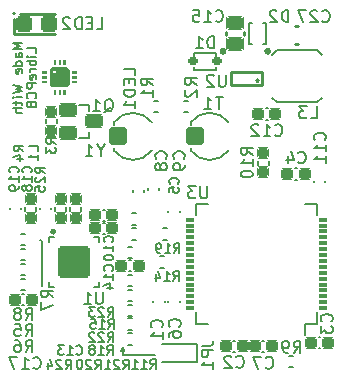
<source format=gbr>
G04 --- HEADER BEGIN --- *
G04 #@! TF.GenerationSoftware,LibrePCB,LibrePCB,1.0.1-unstable*
G04 #@! TF.CreationDate,2023-09-17T23:29:36*
G04 #@! TF.ProjectId,d0-reader,9220702f-a48e-4216-8865-87f6ea8ca353,v1*
G04 #@! TF.Part,Single*
G04 #@! TF.SameCoordinates*
G04 #@! TF.FileFunction,Legend,Bot*
G04 #@! TF.FilePolarity,Positive*
%FSLAX66Y66*%
%MOMM*%
G01*
G75*
G04 --- HEADER END --- *
G04 --- APERTURE LIST BEGIN --- *
%ADD10C,0.15*%
%ADD11C,0.2*%
%ADD12C,0.1524*%
%ADD13C,0.25*%
%ADD14C,0.01*%
%ADD15C,0.254*%
%AMROUNDEDRECT16*20,1,0.95,-0.4,0.0,0.4,0.0,90.0*20,1,0.75,-0.5,0.0,0.5,0.0,90.0*1,1,0.2,-0.375,-0.4*1,1,0.2,-0.375,0.4*1,1,0.2,0.375,0.4*1,1,0.2,0.375,-0.4*%
%ADD16ROUNDEDRECT16*%
%AMROUNDEDRECT17*20,1,1.0,-0.425,0.0,0.425,0.0,0.0*20,1,0.8,-0.525,0.0,0.525,0.0,0.0*1,1,0.2,-0.425,0.4*1,1,0.2,0.425,0.4*1,1,0.2,0.425,-0.4*1,1,0.2,-0.425,-0.4*%
%ADD17ROUNDEDRECT17*%
%AMROUNDEDRECT18*20,1,0.95,-0.4,0.0,0.4,0.0,0.0*20,1,0.75,-0.5,0.0,0.5,0.0,0.0*1,1,0.2,-0.4,0.375*1,1,0.2,0.4,0.375*1,1,0.2,0.4,-0.375*1,1,0.2,-0.4,-0.375*%
%ADD18ROUNDEDRECT18*%
%AMROUNDEDRECT19*20,1,1.0,-0.425,0.0,0.425,0.0,90.0*20,1,0.8,-0.525,0.0,0.525,0.0,90.0*1,1,0.2,-0.4,-0.425*1,1,0.2,-0.4,0.425*1,1,0.2,0.4,0.425*1,1,0.2,0.4,-0.425*%
%ADD19ROUNDEDRECT19*%
%AMROUNDEDRECT20*20,1,1.6,-0.7,0.0,0.7,0.0,0.0*20,1,1.4,-0.8,0.0,0.8,0.0,0.0*1,1,0.2,-0.7,0.7*1,1,0.2,0.7,0.7*1,1,0.2,0.7,-0.7*1,1,0.2,-0.7,-0.7*%
%ADD20ROUNDEDRECT20*%
%ADD21C,1.6*%
%AMROUNDEDRECT22*20,1,1.2,-0.7,0.0,0.7,0.0,0.0*20,1,1.0,-0.8,0.0,0.8,0.0,0.0*1,1,0.2,-0.7,0.5*1,1,0.2,0.7,0.5*1,1,0.2,0.7,-0.5*1,1,0.2,-0.7,-0.5*%
%ADD22ROUNDEDRECT22*%
%AMOUTLINE23*4,1,14,-0.859327,-2.0305,-0.9,-1.95,-0.9,1.95,-0.8805,2.009327,-0.8,2.05,0.1,2.05,0.170711,2.020711,0.870711,1.320711,0.9,1.25,0.9,-1.25,0.870711,-1.320711,0.170711,-2.020711,0.1,-2.05,-0.8,-2.05,-0.859327,-2.0305,180.0*%
%ADD23OUTLINE23*%
%AMOUTLINE24*4,1,14,-0.859327,-2.0305,-0.9,-1.95,-0.9,1.95,-0.8805,2.009327,-0.8,2.05,0.1,2.05,0.170711,2.020711,0.870711,1.320711,0.9,1.25,0.9,-1.25,0.870711,-1.320711,0.170711,-2.020711,0.1,-2.05,-0.8,-2.05,-0.859327,-2.0305,0.0*%
%ADD24OUTLINE24*%
%AMROUNDEDRECT25*20,1,1.4,-0.6,0.0,0.6,0.0,0.0*20,1,1.2,-0.7,0.0,0.7,0.0,0.0*1,1,0.2,-0.6,0.6*1,1,0.2,0.6,0.6*1,1,0.2,0.6,-0.6*1,1,0.2,-0.6,-0.6*%
%ADD25ROUNDEDRECT25*%
%ADD26R,0.8X1.0*%
%AMROUNDEDRECT27*20,1,0.65,-0.3,0.0,0.3,0.0,90.0*20,1,0.45,-0.4,0.0,0.4,0.0,90.0*1,1,0.2,-0.225,-0.3*1,1,0.2,-0.225,0.3*1,1,0.2,0.225,0.3*1,1,0.2,0.225,-0.3*%
%ADD27ROUNDEDRECT27*%
%AMROUNDEDRECT28*20,1,0.4,-0.45,0.0,0.45,0.0,0.0*20,1,0.1,-0.6,0.0,0.6,0.0,0.0*1,1,0.3,-0.45,0.05*1,1,0.3,0.45,0.05*1,1,0.3,0.45,-0.05*1,1,0.3,-0.45,-0.05*%
%ADD28ROUNDEDRECT28*%
%AMROUNDEDRECT29*20,1,0.4,-0.45,0.0,0.45,0.0,90.0*20,1,0.1,-0.6,0.0,0.6,0.0,90.0*1,1,0.3,-0.05,-0.45*1,1,0.3,-0.05,0.45*1,1,0.3,0.05,0.45*1,1,0.3,0.05,-0.45*%
%ADD29ROUNDEDRECT29*%
%AMROUNDEDRECT30*20,1,1.3,-0.65,0.0,0.65,0.0,90.0*20,1,1.1,-0.75,0.0,0.75,0.0,90.0*1,1,0.2,-0.55,-0.65*1,1,0.2,-0.55,0.65*1,1,0.2,0.55,0.65*1,1,0.2,0.55,-0.65*%
%ADD30ROUNDEDRECT30*%
%AMROUNDEDRECT31*20,1,1.15,-0.625,0.0,0.625,0.0,0.0*20,1,0.95,-0.725,0.0,0.725,0.0,0.0*1,1,0.2,-0.625,0.475*1,1,0.2,0.625,0.475*1,1,0.2,0.625,-0.475*1,1,0.2,-0.625,-0.475*%
%ADD31ROUNDEDRECT31*%
%AMROUNDEDRECT32*20,1,0.65,-0.3,0.0,0.3,0.0,0.0*20,1,0.45,-0.4,0.0,0.4,0.0,0.0*1,1,0.2,-0.3,0.225*1,1,0.2,0.3,0.225*1,1,0.2,0.3,-0.225*1,1,0.2,-0.3,-0.225*%
%ADD32ROUNDEDRECT32*%
%ADD33O,2.2X4.3*%
%ADD34C,3.45*%
%AMOUTLINE35*4,1,20,-0.230881,-0.236593,-0.300881,-0.217837,-0.345711,-0.191955,-0.396955,-0.140711,-0.422837,-0.095881,-0.441593,-0.025881,-0.441593,0.025881,-0.422837,0.095881,-0.396955,0.140711,-0.345711,0.191955,-0.300881,0.217837,-0.230881,0.236593,-0.205,0.24,0.345,0.24,0.404327,0.2205,0.445,0.14,0.445,-0.14,0.4255,-0.199327,0.345,-0.24,-0.205,-0.24,-0.230881,-0.236593,0.0*%
%ADD35OUTLINE35*%
%AMOUTLINE36*4,1,20,-0.230881,-0.236593,-0.300881,-0.217837,-0.345711,-0.191955,-0.396955,-0.140711,-0.422837,-0.095881,-0.441593,-0.025881,-0.441593,0.025881,-0.422837,0.095881,-0.396955,0.140711,-0.345711,0.191955,-0.300881,0.217837,-0.230881,0.236593,-0.205,0.24,0.345,0.24,0.404327,0.2205,0.445,0.14,0.445,-0.14,0.4255,-0.199327,0.345,-0.24,-0.205,-0.24,-0.230881,-0.236593,90.0*%
%ADD36OUTLINE36*%
%AMOUTLINE37*4,1,20,-0.230881,-0.236593,-0.300881,-0.217837,-0.345711,-0.191955,-0.396955,-0.140711,-0.422837,-0.095881,-0.441593,-0.025881,-0.441593,0.025881,-0.422837,0.095881,-0.396955,0.140711,-0.345711,0.191955,-0.300881,0.217837,-0.230881,0.236593,-0.205,0.24,0.345,0.24,0.404327,0.2205,0.445,0.14,0.445,-0.14,0.4255,-0.199327,0.345,-0.24,-0.205,-0.24,-0.230881,-0.236593,270.0*%
%ADD37OUTLINE37*%
%AMOUTLINE38*4,1,20,-0.230881,-0.236593,-0.300881,-0.217837,-0.345711,-0.191955,-0.396955,-0.140711,-0.422837,-0.095881,-0.441593,-0.025881,-0.441593,0.025881,-0.422837,0.095881,-0.396955,0.140711,-0.345711,0.191955,-0.300881,0.217837,-0.230881,0.236593,-0.205,0.24,0.345,0.24,0.404327,0.2205,0.445,0.14,0.445,-0.14,0.4255,-0.199327,0.345,-0.24,-0.205,-0.24,-0.230881,-0.236593,180.0*%
%ADD38OUTLINE38*%
%AMROUNDEDRECT39*20,1,2.7,-1.25,0.0,1.25,0.0,0.0*20,1,2.5,-1.35,0.0,1.35,0.0,0.0*1,1,0.2,-1.25,1.25*1,1,0.2,1.25,1.25*1,1,0.2,1.25,-1.25*1,1,0.2,-1.25,-1.25*%
%ADD39ROUNDEDRECT39*%
%AMROUNDEDRECT40*20,1,0.8,-0.55,0.0,0.55,0.0,90.0*20,1,0.6,-0.65,0.0,0.65,0.0,90.0*1,1,0.2,-0.3,-0.55*1,1,0.2,-0.3,0.55*1,1,0.2,0.3,0.55*1,1,0.2,0.3,-0.55*%
%ADD40ROUNDEDRECT40*%
%AMROUNDEDRECT41*20,1,1.15,-0.625,0.0,0.625,0.0,90.0*20,1,0.95,-0.725,0.0,0.725,0.0,90.0*1,1,0.2,-0.475,-0.625*1,1,0.2,-0.475,0.625*1,1,0.2,0.475,0.625*1,1,0.2,0.475,-0.625*%
%ADD41ROUNDEDRECT41*%
G04 --- APERTURE LIST END --- *
G04 --- BOARD BEGIN --- *
D10*
G04 #@! TO.C,R21*
X-3667500Y-15400000D02*
X-3317500Y-15400000D01*
X-3667500Y-16350000D02*
X-3317500Y-16350000D01*
G04 #@! TO.C,C14*
X-5790000Y-7303750D02*
X-5640000Y-7303750D01*
X-5790000Y-8253750D02*
X-5640000Y-8253750D01*
G04 #@! TO.C,R4*
X-12381250Y-6286875D02*
X-12381250Y-5936875D01*
X-11431250Y-6286875D02*
X-11431250Y-5936875D01*
G04 #@! TO.C,C8*
X-2303125Y-4528750D02*
X-2303125Y-4678750D01*
X-3253125Y-4528750D02*
X-3253125Y-4678750D01*
D11*
G04 #@! TO.C,T1*
X4850000Y1200000D02*
G03*
X1650000Y1200000I-1600000J-1200004D01*
G01*
X1650000Y960000D01*
X4850000Y-1200000D02*
G02*
X1650000Y-1200000I-1600000J1200004D01*
G01*
X1650000Y-960000D01*
D12*
G04 #@! TO.C,Q1*
X-6959600Y2692400D02*
X-7772400Y2692400D01*
X-7772400Y-152400D02*
X-6959600Y-152400D01*
X-6959600Y-152400D02*
X-6959600Y406400D01*
X-6959600Y2133600D02*
X-6959600Y2692400D01*
D10*
G04 #@! TO.C,R20*
X-3667500Y-14288750D02*
X-3317500Y-14288750D01*
X-3667500Y-15238750D02*
X-3317500Y-15238750D01*
G04 #@! TO.C,R11*
X-3317500Y-17620000D02*
X-3667500Y-17620000D01*
X-3317500Y-16670000D02*
X-3667500Y-16670000D01*
D11*
G04 #@! TO.C,L3*
X12736250Y6880000D02*
X12336250Y7280000D01*
X8936250Y7280000D01*
X8536250Y6880000D01*
X8536250Y3280000D02*
X8936250Y2880000D01*
X12336250Y2880000D01*
X12736250Y3280000D01*
D10*
G04 #@! TO.C,C7*
X7703750Y-17305000D02*
X7853750Y-17305000D01*
X7703750Y-18255000D02*
X7853750Y-18255000D01*
G04 #@! TO.C,C17*
X-12466250Y-14286250D02*
X-12616250Y-14286250D01*
X-12466250Y-13336250D02*
X-12616250Y-13336250D01*
G04 #@! TO.C,C9*
X-1033125Y-4370000D02*
X-1033125Y-4520000D01*
X-1983125Y-4370000D02*
X-1983125Y-4520000D01*
D13*
G04 #@! TO.C,LED2*
X-9875000Y8650000D02*
X-13325000Y8650000D01*
X-13325000Y9900000D01*
X-12825000Y10400000D02*
X-9875000Y10400000D01*
D14*
G36*
X-13175000Y10400000D02*
G02*
X-13475000Y10400000I-150000J0D01*
G01*
G02*
X-13175000Y10400000I150000J0D01*
G01*
G37*
D10*
G04 #@! TO.C,R10*
X8253750Y-2047500D02*
X8253750Y-2397500D01*
X7303750Y-2047500D02*
X7303750Y-2397500D01*
G04 #@! TO.C,R23*
X-3350000Y-6510000D02*
X-3000000Y-6510000D01*
X-3350000Y-7460000D02*
X-3000000Y-7460000D01*
G04 #@! TO.C,L1*
X-8891250Y-5936875D02*
X-8891250Y-6286875D01*
X-9841250Y-5936875D02*
X-9841250Y-6286875D01*
D11*
G04 #@! TO.C,JP1*
X-823750Y-19135625D02*
X2176250Y-19135625D01*
X2176250Y-17535625D01*
X-823750Y-17535625D01*
G04 #@! TO.C,D2*
X7777500Y7831250D02*
X8002500Y7831250D01*
X8002500Y9631250D01*
X7777500Y9631250D01*
X6827500Y7831250D02*
X6602500Y7831250D01*
X6602500Y9631250D01*
X6827500Y9631250D01*
D14*
G36*
X8461250Y7207500D02*
G02*
X7861250Y7207500I-300000J0D01*
G01*
G02*
X8461250Y7207500I300000J0D01*
G01*
G37*
D10*
G04 #@! TO.C,C2*
X5243125Y-17305000D02*
X5393125Y-17305000D01*
X5243125Y-18255000D02*
X5393125Y-18255000D01*
D11*
G04 #@! TO.C,U3*
X12323125Y-14895000D02*
X12323125Y-15895000D01*
X11323125Y-15895000D01*
X11323125Y-16845000D01*
X2123125Y-14895000D02*
X2123125Y-15895000D01*
X3123125Y-15895000D01*
X12323125Y-6695000D02*
X12323125Y-5695000D01*
X11323125Y-5695000D01*
X2123125Y-6695000D02*
X2123125Y-5695000D01*
X3123125Y-5695000D01*
D13*
G04 #@! TO.C,C15*
X6147500Y8606250D02*
X6147500Y8856250D01*
X4647500Y8606250D02*
X4647500Y8856250D01*
D10*
G04 #@! TO.C,C6*
X713125Y-13895000D02*
X713125Y-14045000D01*
X-236875Y-13895000D02*
X-236875Y-14045000D01*
G04 #@! TO.C,R15*
X-3000000Y-8730000D02*
X-3350000Y-8730000D01*
X-3000000Y-7780000D02*
X-3350000Y-7780000D01*
G04 #@! TO.C,C18*
X-11111250Y-6186875D02*
X-11111250Y-6036875D01*
X-10161250Y-6186875D02*
X-10161250Y-6036875D01*
G04 #@! TO.C,R1*
X-1445000Y3015000D02*
X-1095000Y3015000D01*
X-1445000Y2065000D02*
X-1095000Y2065000D01*
G04 #@! TO.C,R2*
X1445000Y2065000D02*
X1095000Y2065000D01*
X1445000Y3015000D02*
X1095000Y3015000D01*
G04 #@! TO.C,R9*
X10335000Y-19525000D02*
X9985000Y-19525000D01*
X10335000Y-18575000D02*
X9985000Y-18575000D01*
G04 #@! TO.C,C1*
X-556875Y-13895000D02*
X-556875Y-14045000D01*
X-1506875Y-13895000D02*
X-1506875Y-14045000D01*
G04 #@! TO.C,R24*
X-3667500Y-13018750D02*
X-3317500Y-13018750D01*
X-3667500Y-13968750D02*
X-3317500Y-13968750D01*
G04 #@! TO.C,R19*
X-380625Y-8730000D02*
X-730625Y-8730000D01*
X-380625Y-7780000D02*
X-730625Y-7780000D01*
D11*
G04 #@! TO.C,D1*
X3757500Y6825000D02*
X3757500Y7050000D01*
X1957500Y7050000D01*
X1957500Y6825000D01*
X3757500Y5875000D02*
X3757500Y5650000D01*
X1957500Y5650000D01*
X1957500Y5875000D01*
D14*
G36*
X4681250Y7208750D02*
G02*
X4081250Y7208750I-300000J0D01*
G01*
G02*
X4681250Y7208750I300000J0D01*
G01*
G37*
D10*
G04 #@! TO.C,R3*
X-9685000Y1445000D02*
X-9685000Y1095000D01*
X-10635000Y1445000D02*
X-10635000Y1095000D01*
D11*
G04 #@! TO.C,LED1*
X-1650000Y1200000D02*
G03*
X-4850000Y1200000I-1600000J-1200004D01*
G01*
X-4850000Y960000D01*
X-1650000Y-1200000D02*
G02*
X-4850000Y-1200000I-1600000J1200004D01*
G01*
X-4850000Y-960000D01*
D10*
G04 #@! TO.C,C10*
X-5790000Y-6192500D02*
X-5640000Y-6192500D01*
X-5790000Y-7142500D02*
X-5640000Y-7142500D01*
G04 #@! TO.C,C4*
X10631875Y-3650000D02*
X10481875Y-3650000D01*
X10631875Y-2700000D02*
X10481875Y-2700000D01*
G04 #@! TO.C,C3*
X12616250Y-17937500D02*
X12466250Y-17937500D01*
X12616250Y-16987500D02*
X12466250Y-16987500D01*
D11*
G04 #@! TO.C,U1*
X-10355000Y-12336250D02*
X-10355000Y-12736250D01*
X-9955000Y-12736250D01*
X-6155000Y-8936250D02*
X-6155000Y-8536250D01*
X-6555000Y-8536250D01*
X-6555000Y-12736250D02*
X-6155000Y-12736250D01*
X-6155000Y-12336250D01*
X-9955000Y-8536250D02*
X-10355000Y-8536250D01*
X-10355000Y-8936250D01*
D14*
G36*
X-9755000Y-8073750D02*
G02*
X-10255000Y-8073750I-250000J0D01*
G01*
G02*
X-9755000Y-8073750I250000J0D01*
G01*
G37*
D10*
G04 #@! TO.C,R6*
X-12366250Y-13016250D02*
X-12716250Y-13016250D01*
X-12366250Y-12066250D02*
X-12716250Y-12066250D01*
D14*
G04 #@! TO.C,LOGO2*
G36*
X-9145625Y3940625D02*
X-9145625Y3520625D01*
X-8945625Y3520625D01*
X-8945625Y3940625D01*
X-9145625Y3940625D01*
G37*
G36*
X-10505625Y5100625D02*
X-10505625Y4900625D01*
X-10925625Y4900625D01*
X-10925625Y5100625D01*
X-10505625Y5100625D01*
G37*
G36*
X-10505625Y5500625D02*
X-10505625Y5300625D01*
X-10925625Y5300625D01*
X-10925625Y5500625D01*
X-10505625Y5500625D01*
G37*
G36*
X-9945625Y6060625D02*
X-9945625Y6480625D01*
X-9745625Y6480625D01*
X-9745625Y6060625D01*
X-9945625Y6060625D01*
G37*
G36*
X-8385625Y5100625D02*
X-8385625Y4900625D01*
X-7965625Y4900625D01*
X-7965625Y5100625D01*
X-8385625Y5100625D01*
G37*
G36*
X-10292625Y5635625D02*
X-10292625Y4365625D01*
G03*
X-10080625Y4153625I212000J0D01*
G01*
X-8810625Y4153625D01*
G03*
X-8598625Y4365625I0J212000D01*
G01*
X-8598625Y5635625D01*
G03*
X-8810625Y5847625I-212000J0D01*
G01*
X-9910625Y5847625D01*
X-9910625Y5632625D01*
G02*
X-9743625Y5465625I0J-167000D01*
G01*
G02*
X-9910625Y5298625I-167000J0D01*
G01*
G02*
X-10077625Y5465625I0J167000D01*
G01*
G02*
X-9910625Y5632625I167000J0D01*
G01*
X-9910625Y5847625D01*
X-10080625Y5847625D01*
G03*
X-10292625Y5635625I0J-212000D01*
G01*
G37*
G36*
X-9945625Y3940625D02*
X-9945625Y3520625D01*
X-9745625Y3520625D01*
X-9745625Y3940625D01*
X-9945625Y3940625D01*
G37*
G36*
X-10505625Y4700625D02*
X-10505625Y4500625D01*
X-10925625Y4500625D01*
X-10925625Y4700625D01*
X-10505625Y4700625D01*
G37*
G36*
X-9545625Y6060625D02*
X-9545625Y6480625D01*
X-9345625Y6480625D01*
X-9345625Y6060625D01*
X-9545625Y6060625D01*
G37*
G36*
X-8385625Y5500625D02*
X-8385625Y5300625D01*
X-7965625Y5300625D01*
X-7965625Y5500625D01*
X-8385625Y5500625D01*
G37*
G36*
X-9145625Y6060625D02*
X-9145625Y6480625D01*
X-8945625Y6480625D01*
X-8945625Y6060625D01*
X-9145625Y6060625D01*
G37*
G36*
X-8385625Y4700625D02*
X-8385625Y4500625D01*
X-7965625Y4500625D01*
X-7965625Y4700625D01*
X-8385625Y4700625D01*
G37*
G36*
X-9545625Y3940625D02*
X-9545625Y3520625D01*
X-9345625Y3520625D01*
X-9345625Y3940625D01*
X-9545625Y3940625D01*
G37*
D10*
X-12614000Y7907929D02*
X-13414000Y7907929D01*
X-12842444Y7641262D01*
X-13414000Y7374596D01*
X-12614000Y7374596D01*
X-12614000Y6683263D02*
X-13032667Y6683263D01*
X-13109111Y6721485D01*
X-13147333Y6797929D01*
X-13147333Y6949929D01*
X-13109111Y7026374D01*
X-12652222Y6683263D02*
X-12614000Y6759707D01*
X-12614000Y6949929D01*
X-12652222Y7026374D01*
X-12728667Y7064596D01*
X-12804222Y7064596D01*
X-12880667Y7026374D01*
X-12918889Y6949929D01*
X-12918889Y6759707D01*
X-12957111Y6683263D01*
X-12614000Y5991930D02*
X-13414000Y5991930D01*
X-12652222Y5991930D02*
X-12614000Y6068374D01*
X-12614000Y6221263D01*
X-12652222Y6296819D01*
X-12690444Y6335041D01*
X-12766000Y6373263D01*
X-12995333Y6373263D01*
X-13070889Y6335041D01*
X-13109111Y6296819D01*
X-13147333Y6221263D01*
X-13147333Y6068374D01*
X-13109111Y5991930D01*
X-12652222Y5338819D02*
X-12614000Y5415263D01*
X-12614000Y5567263D01*
X-12652222Y5643708D01*
X-12728667Y5681930D01*
X-13032667Y5681930D01*
X-13109111Y5643708D01*
X-13147333Y5567263D01*
X-13147333Y5415263D01*
X-13109111Y5338819D01*
X-13032667Y5300597D01*
X-12957111Y5300597D01*
X-12880667Y5681930D01*
X-13414000Y4360598D02*
X-12614000Y4170376D01*
X-13185556Y4017487D01*
X-12614000Y3865487D01*
X-13414000Y3675265D01*
X-12614000Y3327043D02*
X-13147333Y3327043D01*
X-13414000Y3327043D02*
X-13375778Y3365265D01*
X-13337556Y3327043D01*
X-13375778Y3288821D01*
X-13414000Y3327043D01*
X-13337556Y3327043D01*
X-13147333Y2978821D02*
X-13147333Y2673932D01*
X-13414000Y2864154D02*
X-12728667Y2864154D01*
X-12652222Y2826821D01*
X-12614000Y2750377D01*
X-12614000Y2673932D01*
X-12614000Y2363932D02*
X-13414000Y2363932D01*
X-12614000Y2020821D02*
X-13032667Y2020821D01*
X-13109111Y2059043D01*
X-13147333Y2135488D01*
X-13147333Y2249265D01*
X-13109111Y2325710D01*
X-13070889Y2363932D01*
X-11430000Y7096930D02*
X-11430000Y7478263D01*
X-12230000Y7478263D01*
X-11430000Y6748708D02*
X-11963333Y6748708D01*
X-12230000Y6748708D02*
X-12191778Y6786930D01*
X-12153556Y6748708D01*
X-12191778Y6710486D01*
X-12230000Y6748708D01*
X-12153556Y6748708D01*
X-11430000Y6400486D02*
X-12230000Y6400486D01*
X-11925111Y6400486D02*
X-11963333Y6324042D01*
X-11963333Y6172042D01*
X-11925111Y6095597D01*
X-11886889Y6057375D01*
X-11811333Y6019153D01*
X-11582000Y6019153D01*
X-11506444Y6057375D01*
X-11468222Y6095597D01*
X-11430000Y6172042D01*
X-11430000Y6324042D01*
X-11468222Y6400486D01*
X-11430000Y5709153D02*
X-11963333Y5709153D01*
X-11811333Y5709153D02*
X-11886889Y5670931D01*
X-11925111Y5632709D01*
X-11963333Y5557153D01*
X-11963333Y5480709D01*
X-11468222Y4827598D02*
X-11430000Y4904042D01*
X-11430000Y5056042D01*
X-11468222Y5132487D01*
X-11544667Y5170709D01*
X-11848667Y5170709D01*
X-11925111Y5132487D01*
X-11963333Y5056042D01*
X-11963333Y4904042D01*
X-11925111Y4827598D01*
X-11848667Y4789376D01*
X-11773111Y4789376D01*
X-11696667Y5170709D01*
X-11430000Y4479376D02*
X-12230000Y4479376D01*
X-12230000Y4174487D01*
X-12191778Y4098043D01*
X-12153556Y4060709D01*
X-12078000Y4022487D01*
X-11963333Y4022487D01*
X-11886889Y4060709D01*
X-11848667Y4098043D01*
X-11811333Y4174487D01*
X-11811333Y4479376D01*
X-11506444Y3217376D02*
X-11468222Y3255598D01*
X-11430000Y3369376D01*
X-11430000Y3445820D01*
X-11468222Y3560487D01*
X-11544667Y3636043D01*
X-11620222Y3674265D01*
X-11773111Y3712487D01*
X-11886889Y3712487D01*
X-12039778Y3674265D01*
X-12115333Y3636043D01*
X-12191778Y3560487D01*
X-12230000Y3445820D01*
X-12230000Y3369376D01*
X-12191778Y3255598D01*
X-12153556Y3217376D01*
X-11848667Y2640709D02*
X-11811333Y2526043D01*
X-11773111Y2488709D01*
X-11696667Y2450487D01*
X-11582000Y2450487D01*
X-11506444Y2488709D01*
X-11468222Y2526043D01*
X-11430000Y2602487D01*
X-11430000Y2907376D01*
X-12230000Y2907376D01*
X-12230000Y2640709D01*
X-12191778Y2564265D01*
X-12153556Y2526043D01*
X-12078000Y2488709D01*
X-12001556Y2488709D01*
X-11925111Y2526043D01*
X-11886889Y2564265D01*
X-11848667Y2640709D01*
X-11848667Y2907376D01*
G04 #@! TO.C,R22*
X-3317500Y-10317500D02*
X-3667500Y-10317500D01*
X-3317500Y-9367500D02*
X-3667500Y-9367500D01*
G04 #@! TO.C,R14*
X-618750Y-11111250D02*
X-968750Y-11111250D01*
X-618750Y-10161250D02*
X-968750Y-10161250D01*
D15*
G04 #@! TO.C,U2*
X7673000Y4348250D02*
X7673000Y5494250D01*
X5027000Y5494250D01*
X5027000Y4348250D01*
X7673000Y4348250D01*
D14*
G36*
X7493000Y4721250D02*
G02*
X7112000Y4721250I-190500J0D01*
G01*
G02*
X7493000Y4721250I190500J0D01*
G01*
G37*
D10*
G04 #@! TO.C,C5*
X713125Y-6275000D02*
X713125Y-6425000D01*
X-236875Y-6275000D02*
X-236875Y-6425000D01*
G04 #@! TO.C,C19*
X-13651250Y-6186875D02*
X-13651250Y-6036875D01*
X-12701250Y-6186875D02*
X-12701250Y-6036875D01*
G04 #@! TO.C,R25*
X-8571250Y-6286875D02*
X-8571250Y-5936875D01*
X-7621250Y-6286875D02*
X-7621250Y-5936875D01*
G04 #@! TO.C,R8*
X-12366250Y-10476250D02*
X-12716250Y-10476250D01*
X-12366250Y-9526250D02*
X-12716250Y-9526250D01*
G04 #@! TO.C,C12*
X8021250Y2380000D02*
X8171250Y2380000D01*
X8021250Y1430000D02*
X8171250Y1430000D01*
G04 #@! TO.C,C13*
X-3567500Y-10478750D02*
X-3417500Y-10478750D01*
X-3567500Y-11428750D02*
X-3417500Y-11428750D01*
G04 #@! TO.C,R7*
X-12366250Y-9206250D02*
X-12716250Y-9206250D01*
X-12366250Y-8256250D02*
X-12716250Y-8256250D01*
D13*
G04 #@! TO.C,C27*
X10761250Y9322500D02*
X10511250Y9322500D01*
X10761250Y7822500D02*
X10511250Y7822500D01*
D10*
G04 #@! TO.C,R18*
X-3317500Y-12698750D02*
X-3667500Y-12698750D01*
X-3317500Y-11748750D02*
X-3667500Y-11748750D01*
G04 #@! TO.C,R5*
X-12366250Y-11746250D02*
X-12716250Y-11746250D01*
X-12366250Y-10796250D02*
X-12716250Y-10796250D01*
G04 #@! TO.C,C11*
X12066250Y-3885000D02*
X12066250Y-3735000D01*
X13016250Y-3885000D02*
X13016250Y-3735000D01*
D11*
G04 #@! TD*
X-1349375Y-18494375D02*
X-4127500Y-18494375D01*
X-11112500Y-8731250D02*
X-10953750Y-8890000D01*
X-10953750Y-12700000D01*
X-4127500Y-18494375D02*
X-4127500Y-17859375D01*
X-4286250Y-18176875D01*
X-4127500Y-17859375D02*
X-3968750Y-18176875D01*
D10*
G04 #@! TO.C,R21*
X-4046195Y-19694375D02*
X-3779528Y-19313042D01*
X-3589306Y-19694375D02*
X-3589306Y-18894375D01*
X-3894195Y-18894375D01*
X-3970639Y-18932597D01*
X-4007973Y-18970819D01*
X-4046195Y-19046375D01*
X-4046195Y-19161042D01*
X-4007973Y-19237486D01*
X-3970639Y-19275708D01*
X-3894195Y-19313042D01*
X-3589306Y-19313042D01*
X-4394417Y-18970819D02*
X-4432639Y-18932597D01*
X-4508195Y-18894375D01*
X-4699306Y-18894375D01*
X-4774862Y-18932597D01*
X-4813084Y-18970819D01*
X-4851306Y-19046375D01*
X-4851306Y-19122819D01*
X-4813084Y-19237486D01*
X-4356195Y-19694375D01*
X-4851306Y-19694375D01*
X-5618195Y-19694375D02*
X-5161306Y-19694375D01*
X-5389750Y-19694375D02*
X-5389750Y-18894375D01*
X-5313306Y-19009042D01*
X-5237750Y-19084597D01*
X-5161306Y-19122819D01*
G04 #@! TO.C,C14*
X-4991444Y-11377181D02*
X-4953222Y-11338959D01*
X-4915000Y-11225181D01*
X-4915000Y-11148737D01*
X-4953222Y-11034070D01*
X-5029667Y-10958514D01*
X-5105222Y-10920292D01*
X-5258111Y-10882070D01*
X-5371889Y-10882070D01*
X-5524778Y-10920292D01*
X-5600333Y-10958514D01*
X-5676778Y-11034070D01*
X-5715000Y-11148737D01*
X-5715000Y-11225181D01*
X-5676778Y-11338959D01*
X-5638556Y-11377181D01*
X-4915000Y-12144070D02*
X-4915000Y-11687181D01*
X-4915000Y-11915625D02*
X-5715000Y-11915625D01*
X-5600333Y-11839181D01*
X-5524778Y-11763625D01*
X-5486556Y-11687181D01*
X-5448333Y-12835403D02*
X-4915000Y-12835403D01*
X-5753222Y-12644292D02*
X-5181667Y-12454070D01*
X-5181667Y-12949181D01*
G04 #@! TO.C,R4*
X-12531875Y-1254639D02*
X-12913208Y-987972D01*
X-12531875Y-797750D02*
X-13331875Y-797750D01*
X-13331875Y-1102639D01*
X-13293653Y-1179083D01*
X-13255431Y-1216417D01*
X-13179875Y-1254639D01*
X-13065208Y-1254639D01*
X-12988764Y-1216417D01*
X-12950542Y-1179083D01*
X-12913208Y-1102639D01*
X-12913208Y-797750D01*
X-13065208Y-1945972D02*
X-12531875Y-1945972D01*
X-13370097Y-1754861D02*
X-12798542Y-1564639D01*
X-12798542Y-2059750D01*
D11*
G04 #@! TO.C,C8*
X-454306Y-1887639D02*
X-406528Y-1839861D01*
X-358750Y-1697639D01*
X-358750Y-1602083D01*
X-406528Y-1458750D01*
X-502083Y-1364306D01*
X-596528Y-1316528D01*
X-787639Y-1268750D01*
X-929861Y-1268750D01*
X-1120972Y-1316528D01*
X-1215417Y-1364306D01*
X-1310972Y-1458750D01*
X-1358750Y-1602083D01*
X-1358750Y-1697639D01*
X-1310972Y-1839861D01*
X-1263194Y-1887639D01*
X-929861Y-2477639D02*
X-977639Y-2383195D01*
X-1025417Y-2335417D01*
X-1120972Y-2287639D01*
X-1168750Y-2287639D01*
X-1263194Y-2335417D01*
X-1310972Y-2383195D01*
X-1358750Y-2477639D01*
X-1358750Y-2668750D01*
X-1310972Y-2764306D01*
X-1263194Y-2810972D01*
X-1168750Y-2858750D01*
X-1120972Y-2858750D01*
X-1025417Y-2810972D01*
X-977639Y-2764306D01*
X-929861Y-2668750D01*
X-929861Y-2477639D01*
X-882083Y-2383195D01*
X-835417Y-2335417D01*
X-739861Y-2287639D01*
X-548750Y-2287639D01*
X-454306Y-2335417D01*
X-406528Y-2383195D01*
X-358750Y-2477639D01*
X-358750Y-2668750D01*
X-406528Y-2764306D01*
X-454306Y-2810972D01*
X-548750Y-2858750D01*
X-739861Y-2858750D01*
X-835417Y-2810972D01*
X-882083Y-2764306D01*
X-929861Y-2668750D01*
G04 #@! TO.C,T1*
X4338611Y3332500D02*
X3767500Y3332500D01*
X4053055Y2332500D02*
X4053055Y3332500D01*
X2796389Y2332500D02*
X3367500Y2332500D01*
X3081944Y2332500D02*
X3081944Y3332500D01*
X3177500Y3189167D01*
X3271944Y3094722D01*
X3367500Y3046944D01*
G04 #@! TO.C,Q1*
X-5666042Y2047569D02*
X-5570487Y2095347D01*
X-5474931Y2190903D01*
X-5332709Y2333125D01*
X-5237154Y2380903D01*
X-5141598Y2380903D01*
X-5189376Y2143125D02*
X-5094931Y2190903D01*
X-4999376Y2286458D01*
X-4951598Y2476458D01*
X-4951598Y2809792D01*
X-4999376Y2999792D01*
X-5094931Y3095347D01*
X-5189376Y3143125D01*
X-5380487Y3143125D01*
X-5474931Y3095347D01*
X-5570487Y2999792D01*
X-5618265Y2809792D01*
X-5618265Y2476458D01*
X-5570487Y2286458D01*
X-5474931Y2190903D01*
X-5380487Y2143125D01*
X-5189376Y2143125D01*
X-6637153Y2143125D02*
X-6066042Y2143125D01*
X-6351598Y2143125D02*
X-6351598Y3143125D01*
X-6256042Y2999792D01*
X-6161598Y2905347D01*
X-6066042Y2857569D01*
D10*
G04 #@! TO.C,R20*
X-6427445Y-19694375D02*
X-6160778Y-19313042D01*
X-5970556Y-19694375D02*
X-5970556Y-18894375D01*
X-6275445Y-18894375D01*
X-6351889Y-18932597D01*
X-6389223Y-18970819D01*
X-6427445Y-19046375D01*
X-6427445Y-19161042D01*
X-6389223Y-19237486D01*
X-6351889Y-19275708D01*
X-6275445Y-19313042D01*
X-5970556Y-19313042D01*
X-6775667Y-18970819D02*
X-6813889Y-18932597D01*
X-6889445Y-18894375D01*
X-7080556Y-18894375D01*
X-7156112Y-18932597D01*
X-7194334Y-18970819D01*
X-7232556Y-19046375D01*
X-7232556Y-19122819D01*
X-7194334Y-19237486D01*
X-6737445Y-19694375D01*
X-7232556Y-19694375D01*
X-7732778Y-18894375D02*
X-7809223Y-18894375D01*
X-7885667Y-18932597D01*
X-7923889Y-18970819D01*
X-7961223Y-19046375D01*
X-7999445Y-19199264D01*
X-7999445Y-19389486D01*
X-7961223Y-19542375D01*
X-7923889Y-19617931D01*
X-7885667Y-19656153D01*
X-7809223Y-19694375D01*
X-7732778Y-19694375D01*
X-7657223Y-19656153D01*
X-7619000Y-19617931D01*
X-7580778Y-19542375D01*
X-7542556Y-19389486D01*
X-7542556Y-19199264D01*
X-7580778Y-19046375D01*
X-7619000Y-18970819D01*
X-7657223Y-18932597D01*
X-7732778Y-18894375D01*
G04 #@! TO.C,R11*
X-1763431Y-19685000D02*
X-1496764Y-19303667D01*
X-1306542Y-19685000D02*
X-1306542Y-18885000D01*
X-1611431Y-18885000D01*
X-1687875Y-18923222D01*
X-1725209Y-18961444D01*
X-1763431Y-19037000D01*
X-1763431Y-19151667D01*
X-1725209Y-19228111D01*
X-1687875Y-19266333D01*
X-1611431Y-19303667D01*
X-1306542Y-19303667D01*
X-2530320Y-19685000D02*
X-2073431Y-19685000D01*
X-2301875Y-19685000D02*
X-2301875Y-18885000D01*
X-2225431Y-18999667D01*
X-2149875Y-19075222D01*
X-2073431Y-19113444D01*
X-3297209Y-19685000D02*
X-2840320Y-19685000D01*
X-3068764Y-19685000D02*
X-3068764Y-18885000D01*
X-2992320Y-18999667D01*
X-2916764Y-19075222D01*
X-2840320Y-19113444D01*
D11*
G04 #@! TO.C,L3*
X11859861Y1540000D02*
X12336528Y1540000D01*
X12336528Y2540000D01*
X11459861Y2540000D02*
X10840972Y2540000D01*
X11174305Y2158889D01*
X11030972Y2158889D01*
X10936528Y2111111D01*
X10888750Y2063333D01*
X10840972Y1968889D01*
X10840972Y1730000D01*
X10888750Y1635556D01*
X10936528Y1587778D01*
X11030972Y1540000D01*
X11316528Y1540000D01*
X11412083Y1587778D01*
X11459861Y1635556D01*
G04 #@! TO.C,C7*
X8002639Y-19557569D02*
X8050417Y-19605347D01*
X8192639Y-19653125D01*
X8288195Y-19653125D01*
X8431528Y-19605347D01*
X8525972Y-19509792D01*
X8573750Y-19415347D01*
X8621528Y-19224236D01*
X8621528Y-19082014D01*
X8573750Y-18890903D01*
X8525972Y-18796458D01*
X8431528Y-18700903D01*
X8288195Y-18653125D01*
X8192639Y-18653125D01*
X8050417Y-18700903D01*
X8002639Y-18748681D01*
X7602639Y-18653125D02*
X6935972Y-18653125D01*
X7364861Y-19653125D01*
G04 #@! TO.C,C17*
X-11673056Y-19580069D02*
X-11625278Y-19627847D01*
X-11483056Y-19675625D01*
X-11387500Y-19675625D01*
X-11244167Y-19627847D01*
X-11149723Y-19532292D01*
X-11101945Y-19437847D01*
X-11054167Y-19246736D01*
X-11054167Y-19104514D01*
X-11101945Y-18913403D01*
X-11149723Y-18818958D01*
X-11244167Y-18723403D01*
X-11387500Y-18675625D01*
X-11483056Y-18675625D01*
X-11625278Y-18723403D01*
X-11673056Y-18771181D01*
X-12644167Y-19675625D02*
X-12073056Y-19675625D01*
X-12358612Y-19675625D02*
X-12358612Y-18675625D01*
X-12263056Y-18818958D01*
X-12168612Y-18913403D01*
X-12073056Y-18961181D01*
X-13044167Y-18675625D02*
X-13710834Y-18675625D01*
X-13281945Y-19675625D01*
G04 #@! TO.C,C9*
X1053819Y-1887639D02*
X1101597Y-1839861D01*
X1149375Y-1697639D01*
X1149375Y-1602083D01*
X1101597Y-1458750D01*
X1006042Y-1364306D01*
X911597Y-1316528D01*
X720486Y-1268750D01*
X578264Y-1268750D01*
X387153Y-1316528D01*
X292708Y-1364306D01*
X197153Y-1458750D01*
X149375Y-1602083D01*
X149375Y-1697639D01*
X197153Y-1839861D01*
X244931Y-1887639D01*
X1149375Y-2383195D02*
X1149375Y-2573195D01*
X1101597Y-2668750D01*
X1053819Y-2716528D01*
X911597Y-2810972D01*
X720486Y-2858750D01*
X339375Y-2858750D01*
X244931Y-2810972D01*
X197153Y-2764306D01*
X149375Y-2668750D01*
X149375Y-2477639D01*
X197153Y-2383195D01*
X244931Y-2335417D01*
X339375Y-2287639D01*
X578264Y-2287639D01*
X672708Y-2335417D01*
X720486Y-2383195D01*
X768264Y-2477639D01*
X768264Y-2668750D01*
X720486Y-2764306D01*
X672708Y-2810972D01*
X578264Y-2858750D01*
G04 #@! TO.C,LED2*
X-6315625Y9084375D02*
X-5838958Y9084375D01*
X-5838958Y10084375D01*
X-6715625Y9607708D02*
X-7048958Y9607708D01*
X-7192292Y9084375D02*
X-6715625Y9084375D01*
X-6715625Y10084375D01*
X-7192292Y10084375D01*
X-7592292Y9084375D02*
X-7592292Y10084375D01*
X-7830070Y10084375D01*
X-7973403Y10036597D01*
X-8068959Y9941042D01*
X-8115625Y9846597D01*
X-8163403Y9655486D01*
X-8163403Y9513264D01*
X-8115625Y9322153D01*
X-8068959Y9227708D01*
X-7973403Y9132153D01*
X-7830070Y9084375D01*
X-7592292Y9084375D01*
X-8611181Y9988819D02*
X-8658959Y10036597D01*
X-8753403Y10084375D01*
X-8992292Y10084375D01*
X-9086736Y10036597D01*
X-9134514Y9988819D01*
X-9182292Y9894375D01*
X-9182292Y9798819D01*
X-9134514Y9655486D01*
X-8563403Y9084375D01*
X-9182292Y9084375D01*
G04 #@! TO.C,R10*
X6896250Y-1536945D02*
X6419583Y-1203612D01*
X6896250Y-965834D02*
X5896250Y-965834D01*
X5896250Y-1346945D01*
X5944028Y-1442501D01*
X5991806Y-1489167D01*
X6086250Y-1536945D01*
X6229583Y-1536945D01*
X6325139Y-1489167D01*
X6372917Y-1442501D01*
X6419583Y-1346945D01*
X6419583Y-965834D01*
X6896250Y-2508056D02*
X6896250Y-1936945D01*
X6896250Y-2222501D02*
X5896250Y-2222501D01*
X6039583Y-2126945D01*
X6134028Y-2032501D01*
X6181806Y-1936945D01*
X5896250Y-3145834D02*
X5896250Y-3241389D01*
X5944028Y-3336945D01*
X5991806Y-3384723D01*
X6086250Y-3431389D01*
X6277361Y-3479167D01*
X6515139Y-3479167D01*
X6706250Y-3431389D01*
X6800694Y-3384723D01*
X6848472Y-3336945D01*
X6896250Y-3241389D01*
X6896250Y-3145834D01*
X6848472Y-3051389D01*
X6800694Y-3003612D01*
X6706250Y-2955834D01*
X6515139Y-2908056D01*
X6277361Y-2908056D01*
X6086250Y-2955834D01*
X5991806Y-3003612D01*
X5944028Y-3051389D01*
X5896250Y-3145834D01*
D10*
G04 #@! TO.C,R23*
X-5376459Y-15249375D02*
X-5109792Y-14868042D01*
X-4919570Y-15249375D02*
X-4919570Y-14449375D01*
X-5224459Y-14449375D01*
X-5300903Y-14487597D01*
X-5338237Y-14525819D01*
X-5376459Y-14601375D01*
X-5376459Y-14716042D01*
X-5338237Y-14792486D01*
X-5300903Y-14830708D01*
X-5224459Y-14868042D01*
X-4919570Y-14868042D01*
X-5724681Y-14525819D02*
X-5762903Y-14487597D01*
X-5838459Y-14449375D01*
X-6029570Y-14449375D01*
X-6105126Y-14487597D01*
X-6143348Y-14525819D01*
X-6181570Y-14601375D01*
X-6181570Y-14677819D01*
X-6143348Y-14792486D01*
X-5686459Y-15249375D01*
X-6181570Y-15249375D01*
X-6491570Y-14449375D02*
X-6986681Y-14449375D01*
X-6720014Y-14754264D01*
X-6834681Y-14754264D01*
X-6910237Y-14792486D01*
X-6948459Y-14830708D01*
X-6986681Y-14906264D01*
X-6986681Y-15097375D01*
X-6948459Y-15172931D01*
X-6910237Y-15211153D01*
X-6834681Y-15249375D01*
X-6606237Y-15249375D01*
X-6529792Y-15211153D01*
X-6491570Y-15172931D01*
G04 #@! TO.C,L1*
X-11280625Y-1235972D02*
X-11280625Y-854639D01*
X-12080625Y-854639D01*
X-11280625Y-2002861D02*
X-11280625Y-1545972D01*
X-11280625Y-1774416D02*
X-12080625Y-1774416D01*
X-11965958Y-1697972D01*
X-11890403Y-1622416D01*
X-11852181Y-1545972D01*
D11*
G04 #@! TO.C,JP1*
X2571875Y-17713820D02*
X3286319Y-17713820D01*
X3428542Y-17666042D01*
X3524097Y-17570487D01*
X3571875Y-17428265D01*
X3571875Y-17332709D01*
X3571875Y-18113820D02*
X2571875Y-18113820D01*
X2571875Y-18494931D01*
X2619653Y-18590487D01*
X2667431Y-18637153D01*
X2761875Y-18684931D01*
X2905208Y-18684931D01*
X3000764Y-18637153D01*
X3048542Y-18590487D01*
X3095208Y-18494931D01*
X3095208Y-18113820D01*
X3571875Y-19656042D02*
X3571875Y-19084931D01*
X3571875Y-19370487D02*
X2571875Y-19370487D01*
X2715208Y-19274931D01*
X2809653Y-19180487D01*
X2857431Y-19084931D01*
G04 #@! TO.C,D2*
X9923125Y9683750D02*
X9923125Y10683750D01*
X9685347Y10683750D01*
X9542014Y10635972D01*
X9446458Y10540417D01*
X9399792Y10445972D01*
X9352014Y10254861D01*
X9352014Y10112639D01*
X9399792Y9921528D01*
X9446458Y9827083D01*
X9542014Y9731528D01*
X9685347Y9683750D01*
X9923125Y9683750D01*
X8904236Y10588194D02*
X8856458Y10635972D01*
X8762014Y10683750D01*
X8523125Y10683750D01*
X8428681Y10635972D01*
X8380903Y10588194D01*
X8333125Y10493750D01*
X8333125Y10398194D01*
X8380903Y10254861D01*
X8952014Y9683750D01*
X8333125Y9683750D01*
G04 #@! TO.C,C2*
X5518125Y-19487569D02*
X5565903Y-19535347D01*
X5708125Y-19583125D01*
X5803681Y-19583125D01*
X5947014Y-19535347D01*
X6041458Y-19439792D01*
X6089236Y-19345347D01*
X6137014Y-19154236D01*
X6137014Y-19012014D01*
X6089236Y-18820903D01*
X6041458Y-18726458D01*
X5947014Y-18630903D01*
X5803681Y-18583125D01*
X5708125Y-18583125D01*
X5565903Y-18630903D01*
X5518125Y-18678681D01*
X5070347Y-18678681D02*
X5022569Y-18630903D01*
X4928125Y-18583125D01*
X4689236Y-18583125D01*
X4594792Y-18630903D01*
X4547014Y-18678681D01*
X4499236Y-18773125D01*
X4499236Y-18868681D01*
X4547014Y-19012014D01*
X5118125Y-19583125D01*
X4499236Y-19583125D01*
G04 #@! TO.C,U3*
X3032500Y-4238750D02*
X3032500Y-5048750D01*
X2984722Y-5143194D01*
X2936944Y-5190972D01*
X2842500Y-5238750D01*
X2651389Y-5238750D01*
X2555833Y-5190972D01*
X2509167Y-5143194D01*
X2461389Y-5048750D01*
X2461389Y-4238750D01*
X2061389Y-4238750D02*
X1442500Y-4238750D01*
X1775833Y-4619861D01*
X1632500Y-4619861D01*
X1538056Y-4667639D01*
X1490278Y-4715417D01*
X1442500Y-4809861D01*
X1442500Y-5048750D01*
X1490278Y-5143194D01*
X1538056Y-5190972D01*
X1632500Y-5238750D01*
X1918056Y-5238750D01*
X2013611Y-5190972D01*
X2061389Y-5143194D01*
G04 #@! TO.C,Y1*
X-5943819Y-1190208D02*
X-5943819Y-1666875D01*
X-5610486Y-666875D02*
X-5943819Y-1190208D01*
X-6277153Y-666875D01*
X-7248264Y-1666875D02*
X-6677153Y-1666875D01*
X-6962709Y-1666875D02*
X-6962709Y-666875D01*
X-6867153Y-810208D01*
X-6772709Y-904653D01*
X-6677153Y-952431D01*
G04 #@! TO.C,C15*
X3753541Y9779306D02*
X3801319Y9731528D01*
X3943541Y9683750D01*
X4039097Y9683750D01*
X4182430Y9731528D01*
X4276874Y9827083D01*
X4324652Y9921528D01*
X4372430Y10112639D01*
X4372430Y10254861D01*
X4324652Y10445972D01*
X4276874Y10540417D01*
X4182430Y10635972D01*
X4039097Y10683750D01*
X3943541Y10683750D01*
X3801319Y10635972D01*
X3753541Y10588194D01*
X2782430Y9683750D02*
X3353541Y9683750D01*
X3067985Y9683750D02*
X3067985Y10683750D01*
X3163541Y10540417D01*
X3257985Y10445972D01*
X3353541Y10398194D01*
X1859097Y10683750D02*
X2334652Y10683750D01*
X2382430Y10207083D01*
X2334652Y10254861D01*
X2239097Y10302639D01*
X2001319Y10302639D01*
X1905763Y10254861D01*
X1859097Y10207083D01*
X1811319Y10112639D01*
X1811319Y9873750D01*
X1859097Y9779306D01*
X1905763Y9731528D01*
X2001319Y9683750D01*
X2239097Y9683750D01*
X2334652Y9731528D01*
X2382430Y9779306D01*
G04 #@! TO.C,C6*
X688819Y-16095764D02*
X736597Y-16047986D01*
X784375Y-15905764D01*
X784375Y-15810208D01*
X736597Y-15666875D01*
X641042Y-15572431D01*
X546597Y-15524653D01*
X355486Y-15476875D01*
X213264Y-15476875D01*
X22153Y-15524653D01*
X-72292Y-15572431D01*
X-167847Y-15666875D01*
X-215625Y-15810208D01*
X-215625Y-15905764D01*
X-167847Y-16047986D01*
X-120069Y-16095764D01*
X-215625Y-16972431D02*
X-215625Y-16781320D01*
X-167847Y-16685764D01*
X-120069Y-16639097D01*
X22153Y-16543542D01*
X213264Y-16495764D01*
X594375Y-16495764D01*
X688819Y-16543542D01*
X736597Y-16591320D01*
X784375Y-16685764D01*
X784375Y-16876875D01*
X736597Y-16972431D01*
X688819Y-17019097D01*
X594375Y-17066875D01*
X355486Y-17066875D01*
X261042Y-17019097D01*
X213264Y-16972431D01*
X165486Y-16876875D01*
X165486Y-16685764D01*
X213264Y-16591320D01*
X261042Y-16543542D01*
X355486Y-16495764D01*
D10*
G04 #@! TO.C,R15*
X-5335306Y-16271875D02*
X-5068639Y-15890542D01*
X-4878417Y-16271875D02*
X-4878417Y-15471875D01*
X-5183306Y-15471875D01*
X-5259750Y-15510097D01*
X-5297084Y-15548319D01*
X-5335306Y-15623875D01*
X-5335306Y-15738542D01*
X-5297084Y-15814986D01*
X-5259750Y-15853208D01*
X-5183306Y-15890542D01*
X-4878417Y-15890542D01*
X-6102195Y-16271875D02*
X-5645306Y-16271875D01*
X-5873750Y-16271875D02*
X-5873750Y-15471875D01*
X-5797306Y-15586542D01*
X-5721750Y-15662097D01*
X-5645306Y-15700319D01*
X-6830862Y-15471875D02*
X-6450417Y-15471875D01*
X-6412195Y-15853208D01*
X-6450417Y-15814986D01*
X-6526862Y-15776764D01*
X-6717084Y-15776764D01*
X-6793528Y-15814986D01*
X-6830862Y-15853208D01*
X-6869084Y-15928764D01*
X-6869084Y-16119875D01*
X-6830862Y-16195431D01*
X-6793528Y-16233653D01*
X-6717084Y-16271875D01*
X-6526862Y-16271875D01*
X-6450417Y-16233653D01*
X-6412195Y-16195431D01*
G04 #@! TO.C,C18*
X-11893944Y-3052542D02*
X-11855722Y-3014320D01*
X-11817500Y-2900542D01*
X-11817500Y-2824098D01*
X-11855722Y-2709431D01*
X-11932167Y-2633875D01*
X-12007722Y-2595653D01*
X-12160611Y-2557431D01*
X-12274389Y-2557431D01*
X-12427278Y-2595653D01*
X-12502833Y-2633875D01*
X-12579278Y-2709431D01*
X-12617500Y-2824098D01*
X-12617500Y-2900542D01*
X-12579278Y-3014320D01*
X-12541056Y-3052542D01*
X-11817500Y-3819431D02*
X-11817500Y-3362542D01*
X-11817500Y-3590986D02*
X-12617500Y-3590986D01*
X-12502833Y-3514542D01*
X-12427278Y-3438986D01*
X-12389056Y-3362542D01*
X-12274389Y-4281431D02*
X-12312611Y-4205875D01*
X-12350833Y-4167653D01*
X-12427278Y-4129431D01*
X-12465500Y-4129431D01*
X-12541056Y-4167653D01*
X-12579278Y-4205875D01*
X-12617500Y-4281431D01*
X-12617500Y-4434320D01*
X-12579278Y-4510764D01*
X-12541056Y-4548098D01*
X-12465500Y-4586320D01*
X-12427278Y-4586320D01*
X-12350833Y-4548098D01*
X-12312611Y-4510764D01*
X-12274389Y-4434320D01*
X-12274389Y-4281431D01*
X-12236167Y-4205875D01*
X-12198833Y-4167653D01*
X-12122389Y-4129431D01*
X-11969500Y-4129431D01*
X-11893944Y-4167653D01*
X-11855722Y-4205875D01*
X-11817500Y-4281431D01*
X-11817500Y-4434320D01*
X-11855722Y-4510764D01*
X-11893944Y-4548098D01*
X-11969500Y-4586320D01*
X-12122389Y-4586320D01*
X-12198833Y-4548098D01*
X-12236167Y-4510764D01*
X-12274389Y-4434320D01*
D11*
G04 #@! TO.C,R1*
X-1540000Y4318125D02*
X-2016667Y4651458D01*
X-1540000Y4889236D02*
X-2540000Y4889236D01*
X-2540000Y4508125D01*
X-2492222Y4412569D01*
X-2444444Y4365903D01*
X-2350000Y4318125D01*
X-2206667Y4318125D01*
X-2111111Y4365903D01*
X-2063333Y4412569D01*
X-2016667Y4508125D01*
X-2016667Y4889236D01*
X-1540000Y3347014D02*
X-1540000Y3918125D01*
X-1540000Y3632569D02*
X-2540000Y3632569D01*
X-2396667Y3728125D01*
X-2302222Y3822569D01*
X-2254444Y3918125D01*
G04 #@! TO.C,R2*
X2143125Y4360764D02*
X1666458Y4694097D01*
X2143125Y4931875D02*
X1143125Y4931875D01*
X1143125Y4550764D01*
X1190903Y4455208D01*
X1238681Y4408542D01*
X1333125Y4360764D01*
X1476458Y4360764D01*
X1572014Y4408542D01*
X1619792Y4455208D01*
X1666458Y4550764D01*
X1666458Y4931875D01*
X1238681Y3912986D02*
X1190903Y3865208D01*
X1143125Y3770764D01*
X1143125Y3531875D01*
X1190903Y3437431D01*
X1238681Y3389653D01*
X1333125Y3341875D01*
X1428681Y3341875D01*
X1572014Y3389653D01*
X2143125Y3960764D01*
X2143125Y3341875D01*
G04 #@! TO.C,R9*
X10360000Y-18326250D02*
X10693333Y-17849583D01*
X10931111Y-18326250D02*
X10931111Y-17326250D01*
X10550000Y-17326250D01*
X10454444Y-17374028D01*
X10407778Y-17421806D01*
X10360000Y-17516250D01*
X10360000Y-17659583D01*
X10407778Y-17755139D01*
X10454444Y-17802917D01*
X10550000Y-17849583D01*
X10931111Y-17849583D01*
X9864444Y-18326250D02*
X9674444Y-18326250D01*
X9578889Y-18278472D01*
X9531111Y-18230694D01*
X9436667Y-18088472D01*
X9388889Y-17897361D01*
X9388889Y-17516250D01*
X9436667Y-17421806D01*
X9483333Y-17374028D01*
X9578889Y-17326250D01*
X9770000Y-17326250D01*
X9864444Y-17374028D01*
X9912222Y-17421806D01*
X9960000Y-17516250D01*
X9960000Y-17755139D01*
X9912222Y-17849583D01*
X9864444Y-17897361D01*
X9770000Y-17945139D01*
X9578889Y-17945139D01*
X9483333Y-17897361D01*
X9436667Y-17849583D01*
X9388889Y-17755139D01*
G04 #@! TO.C,C1*
X-819306Y-16175139D02*
X-771528Y-16127361D01*
X-723750Y-15985139D01*
X-723750Y-15889583D01*
X-771528Y-15746250D01*
X-867083Y-15651806D01*
X-961528Y-15604028D01*
X-1152639Y-15556250D01*
X-1294861Y-15556250D01*
X-1485972Y-15604028D01*
X-1580417Y-15651806D01*
X-1675972Y-15746250D01*
X-1723750Y-15889583D01*
X-1723750Y-15985139D01*
X-1675972Y-16127361D01*
X-1628194Y-16175139D01*
X-723750Y-17146250D02*
X-723750Y-16575139D01*
X-723750Y-16860695D02*
X-1723750Y-16860695D01*
X-1580417Y-16765139D01*
X-1485972Y-16670695D01*
X-1438194Y-16575139D01*
D10*
G04 #@! TO.C,R24*
X-8948334Y-19694375D02*
X-8681667Y-19313042D01*
X-8491445Y-19694375D02*
X-8491445Y-18894375D01*
X-8796334Y-18894375D01*
X-8872778Y-18932597D01*
X-8910112Y-18970819D01*
X-8948334Y-19046375D01*
X-8948334Y-19161042D01*
X-8910112Y-19237486D01*
X-8872778Y-19275708D01*
X-8796334Y-19313042D01*
X-8491445Y-19313042D01*
X-9296556Y-18970819D02*
X-9334778Y-18932597D01*
X-9410334Y-18894375D01*
X-9601445Y-18894375D01*
X-9677001Y-18932597D01*
X-9715223Y-18970819D01*
X-9753445Y-19046375D01*
X-9753445Y-19122819D01*
X-9715223Y-19237486D01*
X-9258334Y-19694375D01*
X-9753445Y-19694375D01*
X-10444778Y-19161042D02*
X-10444778Y-19694375D01*
X-10253667Y-18856153D02*
X-10063445Y-19427708D01*
X-10558556Y-19427708D01*
G04 #@! TO.C,R19*
X220944Y-9833125D02*
X487611Y-9451792D01*
X677833Y-9833125D02*
X677833Y-9033125D01*
X372944Y-9033125D01*
X296500Y-9071347D01*
X259166Y-9109569D01*
X220944Y-9185125D01*
X220944Y-9299792D01*
X259166Y-9376236D01*
X296500Y-9414458D01*
X372944Y-9451792D01*
X677833Y-9451792D01*
X-545945Y-9833125D02*
X-89056Y-9833125D01*
X-317500Y-9833125D02*
X-317500Y-9033125D01*
X-241056Y-9147792D01*
X-165500Y-9223347D01*
X-89056Y-9261569D01*
X-932389Y-9833125D02*
X-1084389Y-9833125D01*
X-1160834Y-9794903D01*
X-1199056Y-9756681D01*
X-1274612Y-9642903D01*
X-1312834Y-9490014D01*
X-1312834Y-9185125D01*
X-1274612Y-9109569D01*
X-1237278Y-9071347D01*
X-1160834Y-9033125D01*
X-1007945Y-9033125D01*
X-932389Y-9071347D01*
X-894167Y-9109569D01*
X-855945Y-9185125D01*
X-855945Y-9376236D01*
X-894167Y-9451792D01*
X-932389Y-9490014D01*
X-1007945Y-9528236D01*
X-1160834Y-9528236D01*
X-1237278Y-9490014D01*
X-1274612Y-9451792D01*
X-1312834Y-9376236D01*
D11*
G04 #@! TO.C,D1*
X3628611Y7461250D02*
X3628611Y8461250D01*
X3390833Y8461250D01*
X3247500Y8413472D01*
X3151944Y8317917D01*
X3105278Y8223472D01*
X3057500Y8032361D01*
X3057500Y7890139D01*
X3105278Y7699028D01*
X3151944Y7604583D01*
X3247500Y7509028D01*
X3390833Y7461250D01*
X3628611Y7461250D01*
X2086389Y7461250D02*
X2657500Y7461250D01*
X2371944Y7461250D02*
X2371944Y8461250D01*
X2467500Y8317917D01*
X2561944Y8223472D01*
X2657500Y8175694D01*
D10*
G04 #@! TO.C,R3*
X-9766250Y-619639D02*
X-10147583Y-352972D01*
X-9766250Y-162750D02*
X-10566250Y-162750D01*
X-10566250Y-467639D01*
X-10528028Y-544083D01*
X-10489806Y-581417D01*
X-10414250Y-619639D01*
X-10299583Y-619639D01*
X-10223139Y-581417D01*
X-10184917Y-544083D01*
X-10147583Y-467639D01*
X-10147583Y-162750D01*
X-10566250Y-929639D02*
X-10566250Y-1424750D01*
X-10261361Y-1158083D01*
X-10261361Y-1272750D01*
X-10223139Y-1348306D01*
X-10184917Y-1386528D01*
X-10109361Y-1424750D01*
X-9918250Y-1424750D01*
X-9842694Y-1386528D01*
X-9804472Y-1348306D01*
X-9766250Y-1272750D01*
X-9766250Y-1044306D01*
X-9804472Y-967861D01*
X-9842694Y-929639D01*
D11*
G04 #@! TO.C,LED1*
X-3043750Y5217986D02*
X-3043750Y5694653D01*
X-4043750Y5694653D01*
X-3567083Y4817986D02*
X-3567083Y4484653D01*
X-3043750Y4341319D02*
X-3043750Y4817986D01*
X-4043750Y4817986D01*
X-4043750Y4341319D01*
X-3043750Y3941319D02*
X-4043750Y3941319D01*
X-4043750Y3703541D01*
X-3995972Y3560208D01*
X-3900417Y3464652D01*
X-3805972Y3417986D01*
X-3614861Y3370208D01*
X-3472639Y3370208D01*
X-3281528Y3417986D01*
X-3187083Y3464652D01*
X-3091528Y3560208D01*
X-3043750Y3703541D01*
X-3043750Y3941319D01*
X-3043750Y2399097D02*
X-3043750Y2970208D01*
X-3043750Y2684652D02*
X-4043750Y2684652D01*
X-3900417Y2780208D01*
X-3805972Y2874652D01*
X-3758194Y2970208D01*
D10*
G04 #@! TO.C,C10*
X-4991444Y-8935667D02*
X-4953222Y-8897445D01*
X-4915000Y-8783667D01*
X-4915000Y-8707223D01*
X-4953222Y-8592556D01*
X-5029667Y-8517000D01*
X-5105222Y-8478778D01*
X-5258111Y-8440556D01*
X-5371889Y-8440556D01*
X-5524778Y-8478778D01*
X-5600333Y-8517000D01*
X-5676778Y-8592556D01*
X-5715000Y-8707223D01*
X-5715000Y-8783667D01*
X-5676778Y-8897445D01*
X-5638556Y-8935667D01*
X-4915000Y-9702556D02*
X-4915000Y-9245667D01*
X-4915000Y-9474111D02*
X-5715000Y-9474111D01*
X-5600333Y-9397667D01*
X-5524778Y-9322111D01*
X-5486556Y-9245667D01*
X-5715000Y-10202778D02*
X-5715000Y-10279223D01*
X-5676778Y-10355667D01*
X-5638556Y-10393889D01*
X-5563000Y-10431223D01*
X-5410111Y-10469445D01*
X-5219889Y-10469445D01*
X-5067000Y-10431223D01*
X-4991444Y-10393889D01*
X-4953222Y-10355667D01*
X-4915000Y-10279223D01*
X-4915000Y-10202778D01*
X-4953222Y-10127223D01*
X-4991444Y-10089000D01*
X-5067000Y-10050778D01*
X-5219889Y-10012556D01*
X-5410111Y-10012556D01*
X-5563000Y-10050778D01*
X-5638556Y-10089000D01*
X-5676778Y-10127223D01*
X-5715000Y-10202778D01*
D11*
G04 #@! TO.C,C4*
X10756875Y-2196944D02*
X10804653Y-2244722D01*
X10946875Y-2292500D01*
X11042431Y-2292500D01*
X11185764Y-2244722D01*
X11280208Y-2149167D01*
X11327986Y-2054722D01*
X11375764Y-1863611D01*
X11375764Y-1721389D01*
X11327986Y-1530278D01*
X11280208Y-1435833D01*
X11185764Y-1340278D01*
X11042431Y-1292500D01*
X10946875Y-1292500D01*
X10804653Y-1340278D01*
X10756875Y-1388056D01*
X9880208Y-1625833D02*
X9880208Y-2292500D01*
X10119097Y-1244722D02*
X10356875Y-1959167D01*
X9737986Y-1959167D01*
G04 #@! TO.C,C3*
X13556944Y-15665625D02*
X13604722Y-15617847D01*
X13652500Y-15475625D01*
X13652500Y-15380069D01*
X13604722Y-15236736D01*
X13509167Y-15142292D01*
X13414722Y-15094514D01*
X13223611Y-15046736D01*
X13081389Y-15046736D01*
X12890278Y-15094514D01*
X12795833Y-15142292D01*
X12700278Y-15236736D01*
X12652500Y-15380069D01*
X12652500Y-15475625D01*
X12700278Y-15617847D01*
X12748056Y-15665625D01*
X12652500Y-16065625D02*
X12652500Y-16684514D01*
X13033611Y-16351181D01*
X13033611Y-16494514D01*
X13081389Y-16588958D01*
X13129167Y-16636736D01*
X13223611Y-16684514D01*
X13462500Y-16684514D01*
X13556944Y-16636736D01*
X13604722Y-16588958D01*
X13652500Y-16494514D01*
X13652500Y-16208958D01*
X13604722Y-16113403D01*
X13556944Y-16065625D01*
G04 #@! TO.C,U1*
X-5817014Y-13176250D02*
X-5817014Y-13986250D01*
X-5864792Y-14080694D01*
X-5912570Y-14128472D01*
X-6007014Y-14176250D01*
X-6198125Y-14176250D01*
X-6293681Y-14128472D01*
X-6340347Y-14080694D01*
X-6388125Y-13986250D01*
X-6388125Y-13176250D01*
X-7359236Y-14176250D02*
X-6788125Y-14176250D01*
X-7073681Y-14176250D02*
X-7073681Y-13176250D01*
X-6978125Y-13319583D01*
X-6883681Y-13414028D01*
X-6788125Y-13461806D01*
G04 #@! TO.C,R6*
X-12341250Y-18246875D02*
X-12007917Y-17770208D01*
X-11770139Y-18246875D02*
X-11770139Y-17246875D01*
X-12151250Y-17246875D01*
X-12246806Y-17294653D01*
X-12293472Y-17342431D01*
X-12341250Y-17436875D01*
X-12341250Y-17580208D01*
X-12293472Y-17675764D01*
X-12246806Y-17723542D01*
X-12151250Y-17770208D01*
X-11770139Y-17770208D01*
X-13217917Y-17246875D02*
X-13026806Y-17246875D01*
X-12931250Y-17294653D01*
X-12884583Y-17342431D01*
X-12789028Y-17484653D01*
X-12741250Y-17675764D01*
X-12741250Y-18056875D01*
X-12789028Y-18151319D01*
X-12836806Y-18199097D01*
X-12931250Y-18246875D01*
X-13122361Y-18246875D01*
X-13217917Y-18199097D01*
X-13264583Y-18151319D01*
X-13312361Y-18056875D01*
X-13312361Y-17817986D01*
X-13264583Y-17723542D01*
X-13217917Y-17675764D01*
X-13122361Y-17627986D01*
X-12931250Y-17627986D01*
X-12836806Y-17675764D01*
X-12789028Y-17723542D01*
X-12741250Y-17817986D01*
D10*
G04 #@! TO.C,R22*
X-5376459Y-17373750D02*
X-5109792Y-16992417D01*
X-4919570Y-17373750D02*
X-4919570Y-16573750D01*
X-5224459Y-16573750D01*
X-5300903Y-16611972D01*
X-5338237Y-16650194D01*
X-5376459Y-16725750D01*
X-5376459Y-16840417D01*
X-5338237Y-16916861D01*
X-5300903Y-16955083D01*
X-5224459Y-16992417D01*
X-4919570Y-16992417D01*
X-5724681Y-16650194D02*
X-5762903Y-16611972D01*
X-5838459Y-16573750D01*
X-6029570Y-16573750D01*
X-6105126Y-16611972D01*
X-6143348Y-16650194D01*
X-6181570Y-16725750D01*
X-6181570Y-16802194D01*
X-6143348Y-16916861D01*
X-5686459Y-17373750D01*
X-6181570Y-17373750D01*
X-6529792Y-16650194D02*
X-6568014Y-16611972D01*
X-6643570Y-16573750D01*
X-6834681Y-16573750D01*
X-6910237Y-16611972D01*
X-6948459Y-16650194D01*
X-6986681Y-16725750D01*
X-6986681Y-16802194D01*
X-6948459Y-16916861D01*
X-6491570Y-17373750D01*
X-6986681Y-17373750D01*
G04 #@! TO.C,R14*
X160680Y-12223750D02*
X427347Y-11842417D01*
X617569Y-12223750D02*
X617569Y-11423750D01*
X312680Y-11423750D01*
X236236Y-11461972D01*
X198902Y-11500194D01*
X160680Y-11575750D01*
X160680Y-11690417D01*
X198902Y-11766861D01*
X236236Y-11805083D01*
X312680Y-11842417D01*
X617569Y-11842417D01*
X-606209Y-12223750D02*
X-149320Y-12223750D01*
X-377764Y-12223750D02*
X-377764Y-11423750D01*
X-301320Y-11538417D01*
X-225764Y-11613972D01*
X-149320Y-11652194D01*
X-1297542Y-11690417D02*
X-1297542Y-12223750D01*
X-1106431Y-11385528D02*
X-916209Y-11957083D01*
X-1411320Y-11957083D01*
D11*
G04 #@! TO.C,U2*
X4605000Y5206875D02*
X4605000Y4396875D01*
X4557222Y4302431D01*
X4509444Y4254653D01*
X4415000Y4206875D01*
X4223889Y4206875D01*
X4128333Y4254653D01*
X4081667Y4302431D01*
X4033889Y4396875D01*
X4033889Y5206875D01*
X3586111Y5111319D02*
X3538333Y5159097D01*
X3443889Y5206875D01*
X3205000Y5206875D01*
X3110556Y5159097D01*
X3062778Y5111319D01*
X3015000Y5016875D01*
X3015000Y4921319D01*
X3062778Y4777986D01*
X3633889Y4206875D01*
X3015000Y4206875D01*
D10*
G04 #@! TO.C,C5*
X549181Y-3991611D02*
X587403Y-3953389D01*
X625625Y-3839611D01*
X625625Y-3763167D01*
X587403Y-3648500D01*
X510958Y-3572944D01*
X435403Y-3534722D01*
X282514Y-3496500D01*
X168736Y-3496500D01*
X15847Y-3534722D01*
X-59708Y-3572944D01*
X-136153Y-3648500D01*
X-174375Y-3763167D01*
X-174375Y-3839611D01*
X-136153Y-3953389D01*
X-97931Y-3991611D01*
X-174375Y-4720278D02*
X-174375Y-4339833D01*
X206958Y-4301611D01*
X168736Y-4339833D01*
X130514Y-4416278D01*
X130514Y-4606500D01*
X168736Y-4682944D01*
X206958Y-4720278D01*
X282514Y-4758500D01*
X473625Y-4758500D01*
X549181Y-4720278D01*
X587403Y-4682944D01*
X625625Y-4606500D01*
X625625Y-4416278D01*
X587403Y-4339833D01*
X549181Y-4301611D01*
G04 #@! TO.C,C19*
X-13005194Y-3052542D02*
X-12966972Y-3014320D01*
X-12928750Y-2900542D01*
X-12928750Y-2824098D01*
X-12966972Y-2709431D01*
X-13043417Y-2633875D01*
X-13118972Y-2595653D01*
X-13271861Y-2557431D01*
X-13385639Y-2557431D01*
X-13538528Y-2595653D01*
X-13614083Y-2633875D01*
X-13690528Y-2709431D01*
X-13728750Y-2824098D01*
X-13728750Y-2900542D01*
X-13690528Y-3014320D01*
X-13652306Y-3052542D01*
X-12928750Y-3819431D02*
X-12928750Y-3362542D01*
X-12928750Y-3590986D02*
X-13728750Y-3590986D01*
X-13614083Y-3514542D01*
X-13538528Y-3438986D01*
X-13500306Y-3362542D01*
X-12928750Y-4205875D02*
X-12928750Y-4357875D01*
X-12966972Y-4434320D01*
X-13005194Y-4472542D01*
X-13118972Y-4548098D01*
X-13271861Y-4586320D01*
X-13576750Y-4586320D01*
X-13652306Y-4548098D01*
X-13690528Y-4510764D01*
X-13728750Y-4434320D01*
X-13728750Y-4281431D01*
X-13690528Y-4205875D01*
X-13652306Y-4167653D01*
X-13576750Y-4129431D01*
X-13385639Y-4129431D01*
X-13310083Y-4167653D01*
X-13271861Y-4205875D01*
X-13233639Y-4281431D01*
X-13233639Y-4434320D01*
X-13271861Y-4510764D01*
X-13310083Y-4548098D01*
X-13385639Y-4586320D01*
G04 #@! TO.C,R25*
X-10706250Y-3093695D02*
X-11087583Y-2827028D01*
X-10706250Y-2636806D02*
X-11506250Y-2636806D01*
X-11506250Y-2941695D01*
X-11468028Y-3018139D01*
X-11429806Y-3055473D01*
X-11354250Y-3093695D01*
X-11239583Y-3093695D01*
X-11163139Y-3055473D01*
X-11124917Y-3018139D01*
X-11087583Y-2941695D01*
X-11087583Y-2636806D01*
X-11429806Y-3441917D02*
X-11468028Y-3480139D01*
X-11506250Y-3555695D01*
X-11506250Y-3746806D01*
X-11468028Y-3822362D01*
X-11429806Y-3860584D01*
X-11354250Y-3898806D01*
X-11277806Y-3898806D01*
X-11163139Y-3860584D01*
X-10706250Y-3403695D01*
X-10706250Y-3898806D01*
X-11506250Y-4627473D02*
X-11506250Y-4247028D01*
X-11124917Y-4208806D01*
X-11163139Y-4247028D01*
X-11201361Y-4323473D01*
X-11201361Y-4513695D01*
X-11163139Y-4590139D01*
X-11124917Y-4627473D01*
X-11049361Y-4665695D01*
X-10858250Y-4665695D01*
X-10782694Y-4627473D01*
X-10744472Y-4590139D01*
X-10706250Y-4513695D01*
X-10706250Y-4323473D01*
X-10744472Y-4247028D01*
X-10782694Y-4208806D01*
D11*
G04 #@! TO.C,R8*
X-12341250Y-15548125D02*
X-12007917Y-15071458D01*
X-11770139Y-15548125D02*
X-11770139Y-14548125D01*
X-12151250Y-14548125D01*
X-12246806Y-14595903D01*
X-12293472Y-14643681D01*
X-12341250Y-14738125D01*
X-12341250Y-14881458D01*
X-12293472Y-14977014D01*
X-12246806Y-15024792D01*
X-12151250Y-15071458D01*
X-11770139Y-15071458D01*
X-12931250Y-14977014D02*
X-12836806Y-14929236D01*
X-12789028Y-14881458D01*
X-12741250Y-14785903D01*
X-12741250Y-14738125D01*
X-12789028Y-14643681D01*
X-12836806Y-14595903D01*
X-12931250Y-14548125D01*
X-13122361Y-14548125D01*
X-13217917Y-14595903D01*
X-13264583Y-14643681D01*
X-13312361Y-14738125D01*
X-13312361Y-14785903D01*
X-13264583Y-14881458D01*
X-13217917Y-14929236D01*
X-13122361Y-14977014D01*
X-12931250Y-14977014D01*
X-12836806Y-15024792D01*
X-12789028Y-15071458D01*
X-12741250Y-15167014D01*
X-12741250Y-15358125D01*
X-12789028Y-15452569D01*
X-12836806Y-15500347D01*
X-12931250Y-15548125D01*
X-13122361Y-15548125D01*
X-13217917Y-15500347D01*
X-13264583Y-15452569D01*
X-13312361Y-15358125D01*
X-13312361Y-15167014D01*
X-13264583Y-15071458D01*
X-13217917Y-15024792D01*
X-13122361Y-14977014D01*
G04 #@! TO.C,C12*
X8781805Y118056D02*
X8829583Y70278D01*
X8971805Y22500D01*
X9067361Y22500D01*
X9210694Y70278D01*
X9305138Y165833D01*
X9352916Y260278D01*
X9400694Y451389D01*
X9400694Y593611D01*
X9352916Y784722D01*
X9305138Y879167D01*
X9210694Y974722D01*
X9067361Y1022500D01*
X8971805Y1022500D01*
X8829583Y974722D01*
X8781805Y926944D01*
X7810694Y22500D02*
X8381805Y22500D01*
X8096249Y22500D02*
X8096249Y1022500D01*
X8191805Y879167D01*
X8286249Y784722D01*
X8381805Y736944D01*
X7362916Y926944D02*
X7315138Y974722D01*
X7220694Y1022500D01*
X6981805Y1022500D01*
X6887361Y974722D01*
X6839583Y926944D01*
X6791805Y832500D01*
X6791805Y736944D01*
X6839583Y593611D01*
X7410694Y22500D01*
X6791805Y22500D01*
D10*
G04 #@! TO.C,C13*
X-8034056Y-18427306D02*
X-7995834Y-18465528D01*
X-7882056Y-18503750D01*
X-7805612Y-18503750D01*
X-7690945Y-18465528D01*
X-7615389Y-18389083D01*
X-7577167Y-18313528D01*
X-7538945Y-18160639D01*
X-7538945Y-18046861D01*
X-7577167Y-17893972D01*
X-7615389Y-17818417D01*
X-7690945Y-17741972D01*
X-7805612Y-17703750D01*
X-7882056Y-17703750D01*
X-7995834Y-17741972D01*
X-8034056Y-17780194D01*
X-8800945Y-18503750D02*
X-8344056Y-18503750D01*
X-8572500Y-18503750D02*
X-8572500Y-17703750D01*
X-8496056Y-17818417D01*
X-8420500Y-17893972D01*
X-8344056Y-17932194D01*
X-9110945Y-17703750D02*
X-9606056Y-17703750D01*
X-9339389Y-18008639D01*
X-9454056Y-18008639D01*
X-9529612Y-18046861D01*
X-9567834Y-18085083D01*
X-9606056Y-18160639D01*
X-9606056Y-18351750D01*
X-9567834Y-18427306D01*
X-9529612Y-18465528D01*
X-9454056Y-18503750D01*
X-9225612Y-18503750D01*
X-9149167Y-18465528D01*
X-9110945Y-18427306D01*
D11*
G04 #@! TO.C,R7*
X-10001250Y-13633472D02*
X-10477917Y-13300139D01*
X-10001250Y-13062361D02*
X-11001250Y-13062361D01*
X-11001250Y-13443472D01*
X-10953472Y-13539028D01*
X-10905694Y-13585694D01*
X-10811250Y-13633472D01*
X-10667917Y-13633472D01*
X-10572361Y-13585694D01*
X-10524583Y-13539028D01*
X-10477917Y-13443472D01*
X-10477917Y-13062361D01*
X-11001250Y-14033472D02*
X-11001250Y-14700139D01*
X-10001250Y-14271250D01*
G04 #@! TO.C,C27*
X12798333Y9775556D02*
X12846111Y9727778D01*
X12988333Y9680000D01*
X13083889Y9680000D01*
X13227222Y9727778D01*
X13321666Y9823333D01*
X13369444Y9917778D01*
X13417222Y10108889D01*
X13417222Y10251111D01*
X13369444Y10442222D01*
X13321666Y10536667D01*
X13227222Y10632222D01*
X13083889Y10680000D01*
X12988333Y10680000D01*
X12846111Y10632222D01*
X12798333Y10584444D01*
X12350555Y10584444D02*
X12302777Y10632222D01*
X12208333Y10680000D01*
X11969444Y10680000D01*
X11875000Y10632222D01*
X11827222Y10584444D01*
X11779444Y10490000D01*
X11779444Y10394444D01*
X11827222Y10251111D01*
X12398333Y9680000D01*
X11779444Y9680000D01*
X11379444Y10680000D02*
X10712777Y10680000D01*
X11141666Y9680000D01*
D10*
G04 #@! TO.C,R18*
X-5414681Y-18494375D02*
X-5148014Y-18113042D01*
X-4957792Y-18494375D02*
X-4957792Y-17694375D01*
X-5262681Y-17694375D01*
X-5339125Y-17732597D01*
X-5376459Y-17770819D01*
X-5414681Y-17846375D01*
X-5414681Y-17961042D01*
X-5376459Y-18037486D01*
X-5339125Y-18075708D01*
X-5262681Y-18113042D01*
X-4957792Y-18113042D01*
X-6181570Y-18494375D02*
X-5724681Y-18494375D01*
X-5953125Y-18494375D02*
X-5953125Y-17694375D01*
X-5876681Y-17809042D01*
X-5801125Y-17884597D01*
X-5724681Y-17922819D01*
X-6643570Y-18037486D02*
X-6568014Y-17999264D01*
X-6529792Y-17961042D01*
X-6491570Y-17884597D01*
X-6491570Y-17846375D01*
X-6529792Y-17770819D01*
X-6568014Y-17732597D01*
X-6643570Y-17694375D01*
X-6796459Y-17694375D01*
X-6872903Y-17732597D01*
X-6910237Y-17770819D01*
X-6948459Y-17846375D01*
X-6948459Y-17884597D01*
X-6910237Y-17961042D01*
X-6872903Y-17999264D01*
X-6796459Y-18037486D01*
X-6643570Y-18037486D01*
X-6568014Y-18075708D01*
X-6529792Y-18113042D01*
X-6491570Y-18189486D01*
X-6491570Y-18342375D01*
X-6529792Y-18417931D01*
X-6568014Y-18456153D01*
X-6643570Y-18494375D01*
X-6796459Y-18494375D01*
X-6872903Y-18456153D01*
X-6910237Y-18417931D01*
X-6948459Y-18342375D01*
X-6948459Y-18189486D01*
X-6910237Y-18113042D01*
X-6872903Y-18075708D01*
X-6796459Y-18037486D01*
D11*
G04 #@! TO.C,R5*
X-12341250Y-16897500D02*
X-12007917Y-16420833D01*
X-11770139Y-16897500D02*
X-11770139Y-15897500D01*
X-12151250Y-15897500D01*
X-12246806Y-15945278D01*
X-12293472Y-15993056D01*
X-12341250Y-16087500D01*
X-12341250Y-16230833D01*
X-12293472Y-16326389D01*
X-12246806Y-16374167D01*
X-12151250Y-16420833D01*
X-11770139Y-16420833D01*
X-13264583Y-15897500D02*
X-12789028Y-15897500D01*
X-12741250Y-16374167D01*
X-12789028Y-16326389D01*
X-12884583Y-16278611D01*
X-13122361Y-16278611D01*
X-13217917Y-16326389D01*
X-13264583Y-16374167D01*
X-13312361Y-16468611D01*
X-13312361Y-16707500D01*
X-13264583Y-16801944D01*
X-13217917Y-16849722D01*
X-13122361Y-16897500D01*
X-12884583Y-16897500D01*
X-12789028Y-16849722D01*
X-12741250Y-16801944D01*
G04 #@! TO.C,C11*
X12978819Y-290834D02*
X13026597Y-243056D01*
X13074375Y-100834D01*
X13074375Y-5278D01*
X13026597Y138055D01*
X12931042Y232499D01*
X12836597Y280277D01*
X12645486Y328055D01*
X12503264Y328055D01*
X12312153Y280277D01*
X12217708Y232499D01*
X12122153Y138055D01*
X12074375Y-5278D01*
X12074375Y-100834D01*
X12122153Y-243056D01*
X12169931Y-290834D01*
X13074375Y-1261945D02*
X13074375Y-690834D01*
X13074375Y-976390D02*
X12074375Y-976390D01*
X12217708Y-880834D01*
X12312153Y-786390D01*
X12359931Y-690834D01*
X13074375Y-2233056D02*
X13074375Y-1661945D01*
X13074375Y-1947501D02*
X12074375Y-1947501D01*
X12217708Y-1851945D01*
X12312153Y-1757501D01*
X12359931Y-1661945D01*
%LPC*%
D16*
G04 #@! TO.C,R21*
X-2717500Y-15875000D03*
X-4267500Y-15875000D03*
D17*
G04 #@! TO.C,C14*
X-4990000Y-7778750D03*
X-6440000Y-7778750D03*
D18*
G04 #@! TO.C,R4*
X-11906250Y-5336875D03*
X-11906250Y-6886875D03*
D19*
G04 #@! TO.C,C8*
X-2778125Y-5328750D03*
X-2778125Y-3878750D03*
D20*
G04 #@! TO.C,T1*
X1980000Y0D03*
D21*
X4520000Y0D03*
D22*
G04 #@! TO.C,Q1*
X-8720000Y2220000D03*
X-6520000Y1270000D03*
X-8720000Y320000D03*
D16*
G04 #@! TO.C,R20*
X-2717500Y-14763750D03*
X-4267500Y-14763750D03*
G04 #@! TO.C,R11*
X-4267500Y-17145000D03*
X-2717500Y-17145000D03*
D23*
G04 #@! TO.C,L3*
X9186250Y5080000D03*
D24*
X12086250Y5080000D03*
D17*
G04 #@! TO.C,C7*
X8503750Y-17780000D03*
X7053750Y-17780000D03*
G04 #@! TO.C,C17*
X-13266250Y-13811250D03*
X-11816250Y-13811250D03*
D19*
G04 #@! TO.C,C9*
X-1508125Y-5170000D03*
X-1508125Y-3720000D03*
D25*
G04 #@! TO.C,LED2*
X-10350000Y9525000D03*
X-12450000Y9525000D03*
D18*
G04 #@! TO.C,R10*
X7778750Y-2997500D03*
X7778750Y-1447500D03*
D16*
G04 #@! TO.C,R23*
X-2400000Y-6985000D03*
X-3950000Y-6985000D03*
D18*
G04 #@! TO.C,L1*
X-9366250Y-6886875D03*
X-9366250Y-5336875D03*
D26*
G04 #@! TO.C,JP1*
X1476250Y-18335625D03*
X476250Y-18335625D03*
X-523750Y-18335625D03*
D14*
G36*
X1876250Y-17835625D02*
X-923750Y-17835625D01*
X-923750Y-18835625D01*
X1876250Y-18835625D01*
X1876250Y-17835625D01*
G37*
D27*
G04 #@! TO.C,D2*
X7302500Y7676250D03*
X7302500Y9786250D03*
D17*
G04 #@! TO.C,C2*
X6043125Y-17780000D03*
X4593125Y-17780000D03*
D28*
G04 #@! TO.C,U3*
X1573125Y-9545000D03*
D29*
X7973125Y-16445000D03*
D28*
X12873125Y-9045000D03*
X12873125Y-11045000D03*
X1573125Y-11045000D03*
X1573125Y-14045000D03*
D29*
X6973125Y-5145000D03*
X8973125Y-5145000D03*
X3473125Y-5145000D03*
X8973125Y-16445000D03*
D28*
X12873125Y-13545000D03*
X1573125Y-8045000D03*
X12873125Y-14545000D03*
X12873125Y-13045000D03*
D29*
X3473125Y-16445000D03*
D28*
X1573125Y-7545000D03*
X1573125Y-9045000D03*
D29*
X5973125Y-16445000D03*
D28*
X12873125Y-12045000D03*
X1573125Y-11545000D03*
X12873125Y-11545000D03*
X1573125Y-12545000D03*
X12873125Y-7045000D03*
D29*
X8473125Y-16445000D03*
X10473125Y-5145000D03*
X5473125Y-16445000D03*
X7473125Y-5145000D03*
D28*
X1573125Y-10545000D03*
D29*
X9973125Y-16445000D03*
D28*
X1573125Y-7045000D03*
D29*
X6473125Y-5145000D03*
D28*
X12873125Y-8045000D03*
X1573125Y-14545000D03*
D29*
X3973125Y-16445000D03*
X6973125Y-16445000D03*
X8473125Y-5145000D03*
X5473125Y-5145000D03*
D28*
X12873125Y-8545000D03*
D29*
X7973125Y-5145000D03*
D28*
X12873125Y-7545000D03*
X1573125Y-8545000D03*
X1573125Y-10045000D03*
D29*
X10473125Y-16445000D03*
X10973125Y-16445000D03*
X9473125Y-5145000D03*
X4473125Y-5145000D03*
X3973125Y-5145000D03*
X4473125Y-16445000D03*
X9473125Y-16445000D03*
D28*
X12873125Y-12545000D03*
D29*
X4973125Y-16445000D03*
X6473125Y-16445000D03*
D28*
X12873125Y-14045000D03*
D29*
X5973125Y-5145000D03*
D28*
X12873125Y-10545000D03*
D29*
X9973125Y-5145000D03*
D28*
X1573125Y-13545000D03*
X1573125Y-13045000D03*
X12873125Y-9545000D03*
X12873125Y-10045000D03*
X1573125Y-12045000D03*
D29*
X10973125Y-5145000D03*
X7473125Y-16445000D03*
X4973125Y-5145000D03*
D30*
G04 #@! TO.C,Y1*
X-4130000Y-5277500D03*
X-6030000Y-5277500D03*
X-6030000Y-2977500D03*
X-4130000Y-2977500D03*
D31*
G04 #@! TO.C,C15*
X5397500Y7856250D03*
X5397500Y9606250D03*
D19*
G04 #@! TO.C,C6*
X238125Y-14695000D03*
X238125Y-13245000D03*
D16*
G04 #@! TO.C,R15*
X-3950000Y-8255000D03*
X-2400000Y-8255000D03*
D19*
G04 #@! TO.C,C18*
X-10636250Y-5386875D03*
X-10636250Y-6836875D03*
D16*
G04 #@! TO.C,R1*
X-495000Y2540000D03*
X-2045000Y2540000D03*
G04 #@! TO.C,R2*
X495000Y2540000D03*
X2045000Y2540000D03*
G04 #@! TO.C,R9*
X9385000Y-19050000D03*
X10935000Y-19050000D03*
D19*
G04 #@! TO.C,C1*
X-1031875Y-14695000D03*
X-1031875Y-13245000D03*
D16*
G04 #@! TO.C,R24*
X-2717500Y-13493750D03*
X-4267500Y-13493750D03*
G04 #@! TO.C,R19*
X-1330625Y-8255000D03*
X219375Y-8255000D03*
D32*
G04 #@! TO.C,D1*
X3912500Y6350000D03*
X1802500Y6350000D03*
D18*
G04 #@! TO.C,R3*
X-10160000Y495000D03*
X-10160000Y2045000D03*
D20*
G04 #@! TO.C,LED1*
X-4520000Y0D03*
D21*
X-1980000Y0D03*
D33*
G04 #@! TO.C,J1*
X-6500000Y5940000D03*
X-200000Y5940000D03*
D34*
G04 #@! TD*
X-8720000Y-2965000D03*
X-8720000Y-15665000D03*
D17*
G04 #@! TO.C,C10*
X-4990000Y-6667500D03*
X-6440000Y-6667500D03*
G04 #@! TO.C,C4*
X9831875Y-3175000D03*
X11281875Y-3175000D03*
G04 #@! TO.C,C3*
X11816250Y-17462500D03*
X13266250Y-17462500D03*
D35*
G04 #@! TO.C,U1*
X-6372500Y-11886250D03*
D36*
X-9005000Y-8753750D03*
X-7005000Y-8753750D03*
D37*
X-9005000Y-12519250D03*
X-7005000Y-12519250D03*
D38*
X-10138000Y-11886250D03*
X-10138000Y-10386250D03*
D36*
X-7505000Y-8753750D03*
D38*
X-10138000Y-9386250D03*
D37*
X-9505000Y-12519250D03*
X-8505000Y-12519250D03*
D35*
X-6372500Y-10386250D03*
X-6372500Y-9386250D03*
D38*
X-10138000Y-11386250D03*
D37*
X-8005000Y-12519250D03*
D36*
X-9505000Y-8753750D03*
D38*
X-10138000Y-10886250D03*
D36*
X-8005000Y-8753750D03*
X-8505000Y-8753750D03*
D37*
X-7505000Y-12519250D03*
D38*
X-10138000Y-9886250D03*
D39*
X-8255000Y-10636250D03*
D35*
X-6372500Y-10886250D03*
X-6372500Y-9886250D03*
X-6372500Y-11386250D03*
D16*
G04 #@! TO.C,R6*
X-13316250Y-12541250D03*
X-11766250Y-12541250D03*
G04 #@! TO.C,R22*
X-4267500Y-9842500D03*
X-2717500Y-9842500D03*
G04 #@! TO.C,R14*
X-1568750Y-10636250D03*
X-18750Y-10636250D03*
D40*
G04 #@! TO.C,U2*
X6350000Y6321250D03*
X6350000Y3521250D03*
X7300000Y6321250D03*
X7300000Y3521250D03*
X5400000Y3521250D03*
X5400000Y6321250D03*
D19*
G04 #@! TO.C,C5*
X238125Y-7075000D03*
X238125Y-5625000D03*
G04 #@! TO.C,C19*
X-13176250Y-5386875D03*
X-13176250Y-6836875D03*
D18*
G04 #@! TO.C,R25*
X-8096250Y-5336875D03*
X-8096250Y-6886875D03*
D16*
G04 #@! TO.C,R8*
X-13316250Y-10001250D03*
X-11766250Y-10001250D03*
D17*
G04 #@! TO.C,C12*
X8821250Y1905000D03*
X7371250Y1905000D03*
G04 #@! TO.C,C13*
X-2767500Y-10953750D03*
X-4217500Y-10953750D03*
D16*
G04 #@! TO.C,R7*
X-13316250Y-8731250D03*
X-11766250Y-8731250D03*
D41*
G04 #@! TO.C,C27*
X11511250Y8572500D03*
X9761250Y8572500D03*
D16*
G04 #@! TO.C,R18*
X-4267500Y-12223750D03*
X-2717500Y-12223750D03*
G04 #@! TO.C,R5*
X-13316250Y-11271250D03*
X-11766250Y-11271250D03*
D19*
G04 #@! TO.C,C11*
X12541250Y-3085000D03*
X12541250Y-4535000D03*
G04 --- BOARD END --- *
G04 #@! TF.MD5,599643a96d9b8ef9d6eafea0452001ca*
M02*

</source>
